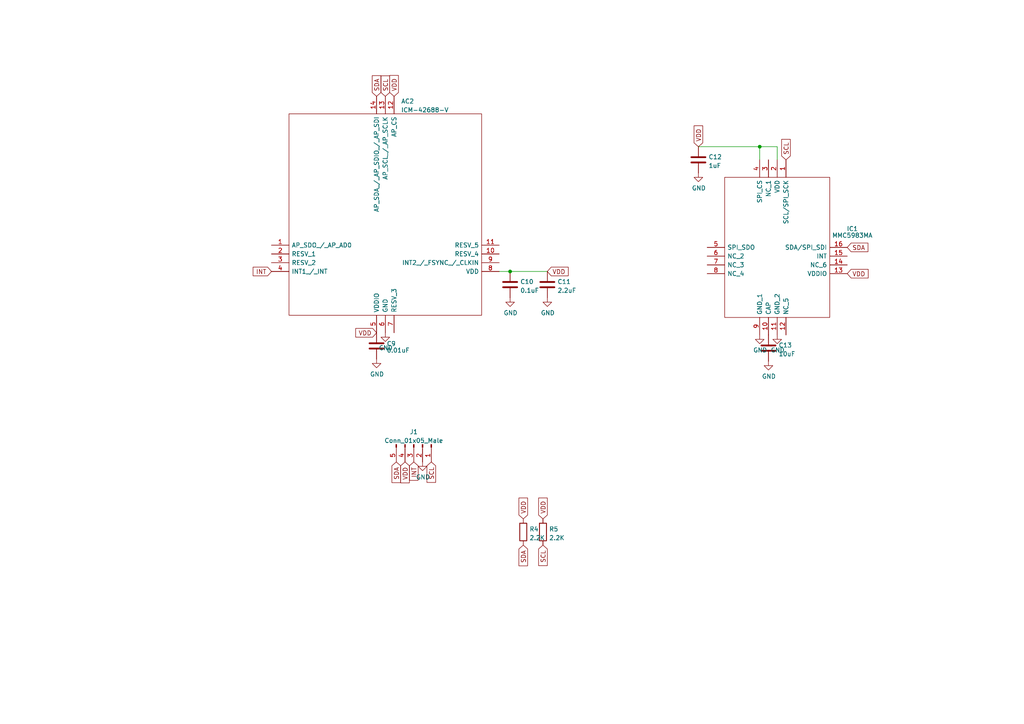
<source format=kicad_sch>
(kicad_sch (version 20230121) (generator eeschema)

  (uuid e63e39d7-6ac0-4ffd-8aa3-1841a4541b55)

  (paper "A4")

  (lib_symbols
    (symbol "Connector:Conn_01x05_Male" (pin_names (offset 1.016) hide) (in_bom yes) (on_board yes)
      (property "Reference" "J" (at 0 7.62 0)
        (effects (font (size 1.27 1.27)))
      )
      (property "Value" "Conn_01x05_Male" (at 0 -7.62 0)
        (effects (font (size 1.27 1.27)))
      )
      (property "Footprint" "" (at 0 0 0)
        (effects (font (size 1.27 1.27)) hide)
      )
      (property "Datasheet" "~" (at 0 0 0)
        (effects (font (size 1.27 1.27)) hide)
      )
      (property "ki_keywords" "connector" (at 0 0 0)
        (effects (font (size 1.27 1.27)) hide)
      )
      (property "ki_description" "Generic connector, single row, 01x05, script generated (kicad-library-utils/schlib/autogen/connector/)" (at 0 0 0)
        (effects (font (size 1.27 1.27)) hide)
      )
      (property "ki_fp_filters" "Connector*:*_1x??_*" (at 0 0 0)
        (effects (font (size 1.27 1.27)) hide)
      )
      (symbol "Conn_01x05_Male_1_1"
        (polyline
          (pts
            (xy 1.27 -5.08)
            (xy 0.8636 -5.08)
          )
          (stroke (width 0.1524) (type default))
          (fill (type none))
        )
        (polyline
          (pts
            (xy 1.27 -2.54)
            (xy 0.8636 -2.54)
          )
          (stroke (width 0.1524) (type default))
          (fill (type none))
        )
        (polyline
          (pts
            (xy 1.27 0)
            (xy 0.8636 0)
          )
          (stroke (width 0.1524) (type default))
          (fill (type none))
        )
        (polyline
          (pts
            (xy 1.27 2.54)
            (xy 0.8636 2.54)
          )
          (stroke (width 0.1524) (type default))
          (fill (type none))
        )
        (polyline
          (pts
            (xy 1.27 5.08)
            (xy 0.8636 5.08)
          )
          (stroke (width 0.1524) (type default))
          (fill (type none))
        )
        (rectangle (start 0.8636 -4.953) (end 0 -5.207)
          (stroke (width 0.1524) (type default))
          (fill (type outline))
        )
        (rectangle (start 0.8636 -2.413) (end 0 -2.667)
          (stroke (width 0.1524) (type default))
          (fill (type outline))
        )
        (rectangle (start 0.8636 0.127) (end 0 -0.127)
          (stroke (width 0.1524) (type default))
          (fill (type outline))
        )
        (rectangle (start 0.8636 2.667) (end 0 2.413)
          (stroke (width 0.1524) (type default))
          (fill (type outline))
        )
        (rectangle (start 0.8636 5.207) (end 0 4.953)
          (stroke (width 0.1524) (type default))
          (fill (type outline))
        )
        (pin passive line (at 5.08 5.08 180) (length 3.81)
          (name "Pin_1" (effects (font (size 1.27 1.27))))
          (number "1" (effects (font (size 1.27 1.27))))
        )
        (pin passive line (at 5.08 2.54 180) (length 3.81)
          (name "Pin_2" (effects (font (size 1.27 1.27))))
          (number "2" (effects (font (size 1.27 1.27))))
        )
        (pin passive line (at 5.08 0 180) (length 3.81)
          (name "Pin_3" (effects (font (size 1.27 1.27))))
          (number "3" (effects (font (size 1.27 1.27))))
        )
        (pin passive line (at 5.08 -2.54 180) (length 3.81)
          (name "Pin_4" (effects (font (size 1.27 1.27))))
          (number "4" (effects (font (size 1.27 1.27))))
        )
        (pin passive line (at 5.08 -5.08 180) (length 3.81)
          (name "Pin_5" (effects (font (size 1.27 1.27))))
          (number "5" (effects (font (size 1.27 1.27))))
        )
      )
    )
    (symbol "Device:C" (pin_numbers hide) (pin_names (offset 0.254)) (in_bom yes) (on_board yes)
      (property "Reference" "C" (at 0.635 2.54 0)
        (effects (font (size 1.27 1.27)) (justify left))
      )
      (property "Value" "C" (at 0.635 -2.54 0)
        (effects (font (size 1.27 1.27)) (justify left))
      )
      (property "Footprint" "" (at 0.9652 -3.81 0)
        (effects (font (size 1.27 1.27)) hide)
      )
      (property "Datasheet" "~" (at 0 0 0)
        (effects (font (size 1.27 1.27)) hide)
      )
      (property "ki_keywords" "cap capacitor" (at 0 0 0)
        (effects (font (size 1.27 1.27)) hide)
      )
      (property "ki_description" "Unpolarized capacitor" (at 0 0 0)
        (effects (font (size 1.27 1.27)) hide)
      )
      (property "ki_fp_filters" "C_*" (at 0 0 0)
        (effects (font (size 1.27 1.27)) hide)
      )
      (symbol "C_0_1"
        (polyline
          (pts
            (xy -2.032 -0.762)
            (xy 2.032 -0.762)
          )
          (stroke (width 0.508) (type default))
          (fill (type none))
        )
        (polyline
          (pts
            (xy -2.032 0.762)
            (xy 2.032 0.762)
          )
          (stroke (width 0.508) (type default))
          (fill (type none))
        )
      )
      (symbol "C_1_1"
        (pin passive line (at 0 3.81 270) (length 2.794)
          (name "~" (effects (font (size 1.27 1.27))))
          (number "1" (effects (font (size 1.27 1.27))))
        )
        (pin passive line (at 0 -3.81 90) (length 2.794)
          (name "~" (effects (font (size 1.27 1.27))))
          (number "2" (effects (font (size 1.27 1.27))))
        )
      )
    )
    (symbol "Device:R" (pin_numbers hide) (pin_names (offset 0)) (in_bom yes) (on_board yes)
      (property "Reference" "R" (at 2.032 0 90)
        (effects (font (size 1.27 1.27)))
      )
      (property "Value" "R" (at 0 0 90)
        (effects (font (size 1.27 1.27)))
      )
      (property "Footprint" "" (at -1.778 0 90)
        (effects (font (size 1.27 1.27)) hide)
      )
      (property "Datasheet" "~" (at 0 0 0)
        (effects (font (size 1.27 1.27)) hide)
      )
      (property "ki_keywords" "R res resistor" (at 0 0 0)
        (effects (font (size 1.27 1.27)) hide)
      )
      (property "ki_description" "Resistor" (at 0 0 0)
        (effects (font (size 1.27 1.27)) hide)
      )
      (property "ki_fp_filters" "R_*" (at 0 0 0)
        (effects (font (size 1.27 1.27)) hide)
      )
      (symbol "R_0_1"
        (rectangle (start -1.016 -2.54) (end 1.016 2.54)
          (stroke (width 0.254) (type default))
          (fill (type none))
        )
      )
      (symbol "R_1_1"
        (pin passive line (at 0 3.81 270) (length 1.27)
          (name "~" (effects (font (size 1.27 1.27))))
          (number "1" (effects (font (size 1.27 1.27))))
        )
        (pin passive line (at 0 -3.81 90) (length 1.27)
          (name "~" (effects (font (size 1.27 1.27))))
          (number "2" (effects (font (size 1.27 1.27))))
        )
      )
    )
    (symbol "SamacSys_Parts:ICM-42688-V" (pin_names (offset 0.762)) (in_bom yes) (on_board yes)
      (property "Reference" "AC" (at 62.23 43.18 0)
        (effects (font (size 1.27 1.27)) (justify left))
      )
      (property "Value" "ICM-42688-V" (at 62.23 40.64 0)
        (effects (font (size 1.27 1.27)) (justify left))
      )
      (property "Footprint" "IIM42352" (at 62.23 38.1 0)
        (effects (font (size 1.27 1.27)) (justify left) hide)
      )
      (property "Datasheet" "https://3cfeqx1hf82y3xcoull08ihx-wpengine.netdna-ssl.com/wp-content/uploads/2021/04/DS-000439-ICM-42688-V-v1.1.pdf" (at 62.23 35.56 0)
        (effects (font (size 1.27 1.27)) (justify left) hide)
      )
      (property "Description" "High Precision 6-Axis MEMS MotionTracking? Device with Advanced Sensor Fusion Library" (at 62.23 33.02 0)
        (effects (font (size 1.27 1.27)) (justify left) hide)
      )
      (property "Height" "" (at 62.23 30.48 0)
        (effects (font (size 1.27 1.27)) (justify left) hide)
      )
      (property "Mouser Part Number" "410-ICM-42688-V" (at 62.23 27.94 0)
        (effects (font (size 1.27 1.27)) (justify left) hide)
      )
      (property "Mouser Price/Stock" "https://www.mouser.co.uk/ProductDetail/TDK-InvenSense/ICM-42688-V?qs=iLbezkQI%252Bsj8X%2F1CCh43jQ%3D%3D" (at 62.23 25.4 0)
        (effects (font (size 1.27 1.27)) (justify left) hide)
      )
      (property "Manufacturer_Name" "TDK" (at 62.23 22.86 0)
        (effects (font (size 1.27 1.27)) (justify left) hide)
      )
      (property "Manufacturer_Part_Number" "ICM-42688-V" (at 62.23 20.32 0)
        (effects (font (size 1.27 1.27)) (justify left) hide)
      )
      (property "ki_description" "High Precision 6-Axis MEMS MotionTracking? Device with Advanced Sensor Fusion Library" (at 0 0 0)
        (effects (font (size 1.27 1.27)) hide)
      )
      (symbol "ICM-42688-V_0_0"
        (pin passive line (at 0 0 0) (length 5.08)
          (name "AP_SDO_/_AP_AD0" (effects (font (size 1.27 1.27))))
          (number "1" (effects (font (size 1.27 1.27))))
        )
        (pin passive line (at 66.04 -2.54 180) (length 5.08)
          (name "RESV_4" (effects (font (size 1.27 1.27))))
          (number "10" (effects (font (size 1.27 1.27))))
        )
        (pin passive line (at 66.04 0 180) (length 5.08)
          (name "RESV_5" (effects (font (size 1.27 1.27))))
          (number "11" (effects (font (size 1.27 1.27))))
        )
        (pin passive line (at 35.56 43.18 270) (length 5.08)
          (name "AP_CS" (effects (font (size 1.27 1.27))))
          (number "12" (effects (font (size 1.27 1.27))))
        )
        (pin passive line (at 33.02 43.18 270) (length 5.08)
          (name "AP_SCL_/_AP_SCLK" (effects (font (size 1.27 1.27))))
          (number "13" (effects (font (size 1.27 1.27))))
        )
        (pin passive line (at 30.48 43.18 270) (length 5.08)
          (name "AP_SDA_/_AP_SDIO_/_AP_SDI" (effects (font (size 1.27 1.27))))
          (number "14" (effects (font (size 1.27 1.27))))
        )
        (pin passive line (at 0 -2.54 0) (length 5.08)
          (name "RESV_1" (effects (font (size 1.27 1.27))))
          (number "2" (effects (font (size 1.27 1.27))))
        )
        (pin passive line (at 0 -5.08 0) (length 5.08)
          (name "RESV_2" (effects (font (size 1.27 1.27))))
          (number "3" (effects (font (size 1.27 1.27))))
        )
        (pin passive line (at 0 -7.62 0) (length 5.08)
          (name "INT1_/_INT" (effects (font (size 1.27 1.27))))
          (number "4" (effects (font (size 1.27 1.27))))
        )
        (pin passive line (at 30.48 -25.4 90) (length 5.08)
          (name "VDDIO" (effects (font (size 1.27 1.27))))
          (number "5" (effects (font (size 1.27 1.27))))
        )
        (pin passive line (at 33.02 -25.4 90) (length 5.08)
          (name "GND" (effects (font (size 1.27 1.27))))
          (number "6" (effects (font (size 1.27 1.27))))
        )
        (pin passive line (at 35.56 -25.4 90) (length 5.08)
          (name "RESV_3" (effects (font (size 1.27 1.27))))
          (number "7" (effects (font (size 1.27 1.27))))
        )
        (pin passive line (at 66.04 -7.62 180) (length 5.08)
          (name "VDD" (effects (font (size 1.27 1.27))))
          (number "8" (effects (font (size 1.27 1.27))))
        )
        (pin passive line (at 66.04 -5.08 180) (length 5.08)
          (name "INT2_/_FSYNC_/_CLKIN" (effects (font (size 1.27 1.27))))
          (number "9" (effects (font (size 1.27 1.27))))
        )
      )
      (symbol "ICM-42688-V_0_1"
        (polyline
          (pts
            (xy 5.08 38.1)
            (xy 60.96 38.1)
            (xy 60.96 -20.32)
            (xy 5.08 -20.32)
            (xy 5.08 38.1)
          )
          (stroke (width 0.1524) (type default))
          (fill (type none))
        )
      )
    )
    (symbol "SamacSys_Parts:MMC5983MA" (pin_names (offset 0.762)) (in_bom yes) (on_board yes)
      (property "Reference" "IC" (at 36.83 25.4 0)
        (effects (font (size 1.27 1.27)) (justify left))
      )
      (property "Value" "MMC5983MA" (at 36.83 22.86 0)
        (effects (font (size 1.27 1.27)) (justify left))
      )
      (property "Footprint" "MMC5983MA" (at 36.83 20.32 0)
        (effects (font (size 1.27 1.27)) (justify left) hide)
      )
      (property "Datasheet" "" (at 36.83 17.78 0)
        (effects (font (size 1.27 1.27)) (justify left) hide)
      )
      (property "Description" "3-AXIS MAGNETIC SENSOR" (at 36.83 15.24 0)
        (effects (font (size 1.27 1.27)) (justify left) hide)
      )
      (property "Height" "1" (at 36.83 12.7 0)
        (effects (font (size 1.27 1.27)) (justify left) hide)
      )
      (property "Mouser Part Number" "438-MMC5983MA" (at 36.83 10.16 0)
        (effects (font (size 1.27 1.27)) (justify left) hide)
      )
      (property "Mouser Price/Stock" "https://www.mouser.co.uk/ProductDetail/MEMSIC/MMC5983MA?qs=B6kkDfuK7%2FD5qasHMdEt2g%3D%3D" (at 36.83 7.62 0)
        (effects (font (size 1.27 1.27)) (justify left) hide)
      )
      (property "Manufacturer_Name" "MEMSIC" (at 36.83 5.08 0)
        (effects (font (size 1.27 1.27)) (justify left) hide)
      )
      (property "Manufacturer_Part_Number" "MMC5983MA" (at 36.83 2.54 0)
        (effects (font (size 1.27 1.27)) (justify left) hide)
      )
      (property "ki_description" "3-AXIS MAGNETIC SENSOR" (at 0 0 0)
        (effects (font (size 1.27 1.27)) hide)
      )
      (symbol "MMC5983MA_0_0"
        (pin passive line (at 22.86 25.4 270) (length 5.08)
          (name "SCL/SPI_SCK" (effects (font (size 1.27 1.27))))
          (number "1" (effects (font (size 1.27 1.27))))
        )
        (pin passive line (at 17.78 -25.4 90) (length 5.08)
          (name "CAP" (effects (font (size 1.27 1.27))))
          (number "10" (effects (font (size 1.27 1.27))))
        )
        (pin passive line (at 20.32 -25.4 90) (length 5.08)
          (name "GND_2" (effects (font (size 1.27 1.27))))
          (number "11" (effects (font (size 1.27 1.27))))
        )
        (pin passive line (at 22.86 -25.4 90) (length 5.08)
          (name "NC_5" (effects (font (size 1.27 1.27))))
          (number "12" (effects (font (size 1.27 1.27))))
        )
        (pin passive line (at 40.64 -7.62 180) (length 5.08)
          (name "VDDIO" (effects (font (size 1.27 1.27))))
          (number "13" (effects (font (size 1.27 1.27))))
        )
        (pin passive line (at 40.64 -5.08 180) (length 5.08)
          (name "NC_6" (effects (font (size 1.27 1.27))))
          (number "14" (effects (font (size 1.27 1.27))))
        )
        (pin passive line (at 40.64 -2.54 180) (length 5.08)
          (name "INT" (effects (font (size 1.27 1.27))))
          (number "15" (effects (font (size 1.27 1.27))))
        )
        (pin passive line (at 40.64 0 180) (length 5.08)
          (name "SDA/SPI_SDI" (effects (font (size 1.27 1.27))))
          (number "16" (effects (font (size 1.27 1.27))))
        )
        (pin passive line (at 20.32 25.4 270) (length 5.08)
          (name "VDD" (effects (font (size 1.27 1.27))))
          (number "2" (effects (font (size 1.27 1.27))))
        )
        (pin passive line (at 17.78 25.4 270) (length 5.08)
          (name "NC_1" (effects (font (size 1.27 1.27))))
          (number "3" (effects (font (size 1.27 1.27))))
        )
        (pin passive line (at 15.24 25.4 270) (length 5.08)
          (name "SPI_CS" (effects (font (size 1.27 1.27))))
          (number "4" (effects (font (size 1.27 1.27))))
        )
        (pin passive line (at 0 0 0) (length 5.08)
          (name "SPI_SDO" (effects (font (size 1.27 1.27))))
          (number "5" (effects (font (size 1.27 1.27))))
        )
        (pin passive line (at 0 -2.54 0) (length 5.08)
          (name "NC_2" (effects (font (size 1.27 1.27))))
          (number "6" (effects (font (size 1.27 1.27))))
        )
        (pin passive line (at 0 -5.08 0) (length 5.08)
          (name "NC_3" (effects (font (size 1.27 1.27))))
          (number "7" (effects (font (size 1.27 1.27))))
        )
        (pin passive line (at 0 -7.62 0) (length 5.08)
          (name "NC_4" (effects (font (size 1.27 1.27))))
          (number "8" (effects (font (size 1.27 1.27))))
        )
        (pin passive line (at 15.24 -25.4 90) (length 5.08)
          (name "GND_1" (effects (font (size 1.27 1.27))))
          (number "9" (effects (font (size 1.27 1.27))))
        )
      )
      (symbol "MMC5983MA_0_1"
        (polyline
          (pts
            (xy 5.08 20.32)
            (xy 35.56 20.32)
            (xy 35.56 -20.32)
            (xy 5.08 -20.32)
            (xy 5.08 20.32)
          )
          (stroke (width 0.1524) (type solid))
          (fill (type none))
        )
      )
    )
    (symbol "power:GND" (power) (pin_names (offset 0)) (in_bom yes) (on_board yes)
      (property "Reference" "#PWR" (at 0 -6.35 0)
        (effects (font (size 1.27 1.27)) hide)
      )
      (property "Value" "GND" (at 0 -3.81 0)
        (effects (font (size 1.27 1.27)))
      )
      (property "Footprint" "" (at 0 0 0)
        (effects (font (size 1.27 1.27)) hide)
      )
      (property "Datasheet" "" (at 0 0 0)
        (effects (font (size 1.27 1.27)) hide)
      )
      (property "ki_keywords" "power-flag" (at 0 0 0)
        (effects (font (size 1.27 1.27)) hide)
      )
      (property "ki_description" "Power symbol creates a global label with name \"GND\" , ground" (at 0 0 0)
        (effects (font (size 1.27 1.27)) hide)
      )
      (symbol "GND_0_1"
        (polyline
          (pts
            (xy 0 0)
            (xy 0 -1.27)
            (xy 1.27 -1.27)
            (xy 0 -2.54)
            (xy -1.27 -1.27)
            (xy 0 -1.27)
          )
          (stroke (width 0) (type default))
          (fill (type none))
        )
      )
      (symbol "GND_1_1"
        (pin power_in line (at 0 0 270) (length 0) hide
          (name "GND" (effects (font (size 1.27 1.27))))
          (number "1" (effects (font (size 1.27 1.27))))
        )
      )
    )
  )

  (junction (at 220.345 42.545) (diameter 0) (color 0 0 0 0)
    (uuid 2bac5e98-c9b9-4bc9-9d72-92003459a990)
  )
  (junction (at 147.955 78.74) (diameter 0) (color 0 0 0 0)
    (uuid 41081520-67e0-49de-be21-675d3fc00984)
  )

  (wire (pts (xy 225.425 42.545) (xy 220.345 42.545))
    (stroke (width 0) (type default))
    (uuid 00387383-c133-4d41-b103-bd623157b915)
  )
  (wire (pts (xy 220.345 42.545) (xy 202.565 42.545))
    (stroke (width 0) (type default))
    (uuid 1367021f-d378-4491-b2d1-7a3e1ca145ab)
  )
  (wire (pts (xy 220.345 46.355) (xy 220.345 42.545))
    (stroke (width 0) (type default))
    (uuid 6290d99c-23ba-4fca-880a-cb940371b839)
  )
  (wire (pts (xy 158.75 78.74) (xy 147.955 78.74))
    (stroke (width 0) (type default))
    (uuid a714db5d-6649-4ebf-ba62-3c5fde9172b8)
  )
  (wire (pts (xy 225.425 46.355) (xy 225.425 42.545))
    (stroke (width 0) (type default))
    (uuid ce9bd17c-3a11-4368-8b79-4bb0c1dafbfb)
  )
  (wire (pts (xy 144.78 78.74) (xy 147.955 78.74))
    (stroke (width 0) (type default))
    (uuid da8f90b6-eef1-43f0-8114-0cc2ff10fdf8)
  )

  (global_label "SDA" (shape input) (at 151.765 158.115 270) (fields_autoplaced)
    (effects (font (size 1.27 1.27)) (justify right))
    (uuid 11c254fa-831e-4844-8d67-66e9b37c122b)
    (property "Intersheetrefs" "${INTERSHEET_REFS}" (at 151.8444 164.0962 90)
      (effects (font (size 1.27 1.27)) (justify right) hide)
    )
  )
  (global_label "SDA" (shape input) (at 245.745 71.755 0) (fields_autoplaced)
    (effects (font (size 1.27 1.27)) (justify left))
    (uuid 3220195c-fafb-4a9d-8188-2b225b28f7ae)
    (property "Intersheetrefs" "${INTERSHEET_REFS}" (at 251.7262 71.6756 0)
      (effects (font (size 1.27 1.27)) (justify left) hide)
    )
  )
  (global_label "SCL" (shape input) (at 125.095 133.985 270) (fields_autoplaced)
    (effects (font (size 1.27 1.27)) (justify right))
    (uuid 3e9f4745-1914-406d-a44d-af42593ee0e6)
    (property "Intersheetrefs" "${INTERSHEET_REFS}" (at 125.1744 139.9057 90)
      (effects (font (size 1.27 1.27)) (justify right) hide)
    )
  )
  (global_label "SDA" (shape input) (at 114.935 133.985 270) (fields_autoplaced)
    (effects (font (size 1.27 1.27)) (justify right))
    (uuid 4124129b-0876-4c71-8f96-a725b4e5c629)
    (property "Intersheetrefs" "${INTERSHEET_REFS}" (at 115.0144 139.9662 90)
      (effects (font (size 1.27 1.27)) (justify right) hide)
    )
  )
  (global_label "VDD" (shape input) (at 157.48 150.495 90) (fields_autoplaced)
    (effects (font (size 1.27 1.27)) (justify left))
    (uuid 5d8df555-2da7-48bd-ac3e-b38106d615bf)
    (property "Intersheetrefs" "${INTERSHEET_REFS}" (at 157.4006 144.4533 90)
      (effects (font (size 1.27 1.27)) (justify left) hide)
    )
  )
  (global_label "VDD" (shape input) (at 117.475 133.985 270) (fields_autoplaced)
    (effects (font (size 1.27 1.27)) (justify right))
    (uuid 5f147dbc-8839-4259-84a6-550f161d5db4)
    (property "Intersheetrefs" "${INTERSHEET_REFS}" (at 117.5544 140.0267 90)
      (effects (font (size 1.27 1.27)) (justify right) hide)
    )
  )
  (global_label "VDD" (shape input) (at 158.75 78.74 0) (fields_autoplaced)
    (effects (font (size 1.27 1.27)) (justify left))
    (uuid 6036cfde-4a14-4fb1-ac7a-6d3abc65af10)
    (property "Intersheetrefs" "${INTERSHEET_REFS}" (at 164.7917 78.6606 0)
      (effects (font (size 1.27 1.27)) (justify left) hide)
    )
  )
  (global_label "SDA" (shape input) (at 109.22 27.94 90) (fields_autoplaced)
    (effects (font (size 1.27 1.27)) (justify left))
    (uuid 65e17ef3-7831-49a4-8b19-eb943a2b4d57)
    (property "Intersheetrefs" "${INTERSHEET_REFS}" (at 109.1406 21.9588 90)
      (effects (font (size 1.27 1.27)) (justify left) hide)
    )
  )
  (global_label "VDD" (shape input) (at 245.745 79.375 0) (fields_autoplaced)
    (effects (font (size 1.27 1.27)) (justify left))
    (uuid 68def054-19de-4c78-8093-e614d6067c5f)
    (property "Intersheetrefs" "${INTERSHEET_REFS}" (at 251.7867 79.2956 0)
      (effects (font (size 1.27 1.27)) (justify left) hide)
    )
  )
  (global_label "VDD" (shape input) (at 109.22 96.52 180) (fields_autoplaced)
    (effects (font (size 1.27 1.27)) (justify right))
    (uuid 6c149644-9b56-4891-8fa8-70b13e36a56e)
    (property "Intersheetrefs" "${INTERSHEET_REFS}" (at 103.1783 96.5994 0)
      (effects (font (size 1.27 1.27)) (justify right) hide)
    )
  )
  (global_label "VDD" (shape input) (at 114.3 27.94 90) (fields_autoplaced)
    (effects (font (size 1.27 1.27)) (justify left))
    (uuid 7b1970a3-cd02-4c0d-b9c0-94a758a05a14)
    (property "Intersheetrefs" "${INTERSHEET_REFS}" (at 114.2206 21.8983 90)
      (effects (font (size 1.27 1.27)) (justify left) hide)
    )
  )
  (global_label "SCL" (shape input) (at 227.965 46.355 90) (fields_autoplaced)
    (effects (font (size 1.27 1.27)) (justify left))
    (uuid bbe4ec96-83d3-40e6-a7a3-410d2df056f7)
    (property "Intersheetrefs" "${INTERSHEET_REFS}" (at 227.8856 40.4343 90)
      (effects (font (size 1.27 1.27)) (justify left) hide)
    )
  )
  (global_label "INT" (shape input) (at 78.74 78.74 180) (fields_autoplaced)
    (effects (font (size 1.27 1.27)) (justify right))
    (uuid c31de2e1-3f0e-4a2d-8082-a9a20db46120)
    (property "Intersheetrefs" "${INTERSHEET_REFS}" (at 73.424 78.6606 0)
      (effects (font (size 1.27 1.27)) (justify right) hide)
    )
  )
  (global_label "VDD" (shape input) (at 151.765 150.495 90) (fields_autoplaced)
    (effects (font (size 1.27 1.27)) (justify left))
    (uuid c6d1f3d0-cca1-45f6-816a-22c1e9d22776)
    (property "Intersheetrefs" "${INTERSHEET_REFS}" (at 151.6856 144.4533 90)
      (effects (font (size 1.27 1.27)) (justify left) hide)
    )
  )
  (global_label "SCL" (shape input) (at 111.76 27.94 90) (fields_autoplaced)
    (effects (font (size 1.27 1.27)) (justify left))
    (uuid d3599e18-3479-4d93-8f78-fc9f15acae71)
    (property "Intersheetrefs" "${INTERSHEET_REFS}" (at 111.6806 22.0193 90)
      (effects (font (size 1.27 1.27)) (justify left) hide)
    )
  )
  (global_label "INT" (shape input) (at 120.015 133.985 270) (fields_autoplaced)
    (effects (font (size 1.27 1.27)) (justify right))
    (uuid dfd8209f-18d0-40e5-a096-e0ca9d169e3c)
    (property "Intersheetrefs" "${INTERSHEET_REFS}" (at 120.015 139.7937 90)
      (effects (font (size 1.27 1.27)) (justify right) hide)
    )
  )
  (global_label "SCL" (shape input) (at 157.48 158.115 270) (fields_autoplaced)
    (effects (font (size 1.27 1.27)) (justify right))
    (uuid e7e8315f-5e5b-45b2-9fdc-52e2fbb80a87)
    (property "Intersheetrefs" "${INTERSHEET_REFS}" (at 157.5594 164.0357 90)
      (effects (font (size 1.27 1.27)) (justify right) hide)
    )
  )
  (global_label "VDD" (shape input) (at 202.565 42.545 90) (fields_autoplaced)
    (effects (font (size 1.27 1.27)) (justify left))
    (uuid f8a0a3f0-003b-4b83-9c12-37b83a979517)
    (property "Intersheetrefs" "${INTERSHEET_REFS}" (at 202.4856 36.5033 90)
      (effects (font (size 1.27 1.27)) (justify left) hide)
    )
  )

  (symbol (lib_id "power:GND") (at 147.955 86.36 0) (unit 1)
    (in_bom yes) (on_board yes) (dnp no)
    (uuid 3101855a-8e6e-40f9-8e57-378c777e272a)
    (property "Reference" "#PWR0131" (at 147.955 92.71 0)
      (effects (font (size 1.27 1.27)) hide)
    )
    (property "Value" "GND" (at 148.082 90.7542 0)
      (effects (font (size 1.27 1.27)))
    )
    (property "Footprint" "" (at 147.955 86.36 0)
      (effects (font (size 1.27 1.27)) hide)
    )
    (property "Datasheet" "" (at 147.955 86.36 0)
      (effects (font (size 1.27 1.27)) hide)
    )
    (pin "1" (uuid 1c95cacd-6936-48ec-a7c6-aab78eb2eb32))
    (instances
      (project "slimenrfauxaux"
        (path "/e63e39d7-6ac0-4ffd-8aa3-1841a4541b55"
          (reference "#PWR0131") (unit 1)
        )
      )
    )
  )

  (symbol (lib_id "Device:C") (at 147.955 82.55 0) (unit 1)
    (in_bom yes) (on_board yes) (dnp no) (fields_autoplaced)
    (uuid 3fb12ec4-7d62-47f1-ba8f-7989aeba6904)
    (property "Reference" "C10" (at 150.876 81.7153 0)
      (effects (font (size 1.27 1.27)) (justify left))
    )
    (property "Value" "0.1uF" (at 150.876 84.2522 0)
      (effects (font (size 1.27 1.27)) (justify left))
    )
    (property "Footprint" "Capacitor_SMD:C_0402_1005Metric" (at 148.9202 86.36 0)
      (effects (font (size 1.27 1.27)) hide)
    )
    (property "Datasheet" "~" (at 147.955 82.55 0)
      (effects (font (size 1.27 1.27)) hide)
    )
    (pin "1" (uuid 32b96d9a-0a5e-42a7-ab3f-5181e8cf124c))
    (pin "2" (uuid 022f0153-6de4-4161-88d2-01a4cb90bd6d))
    (instances
      (project "slimenrfauxaux"
        (path "/e63e39d7-6ac0-4ffd-8aa3-1841a4541b55"
          (reference "C10") (unit 1)
        )
      )
    )
  )

  (symbol (lib_id "Device:C") (at 109.22 100.33 0) (unit 1)
    (in_bom yes) (on_board yes) (dnp no) (fields_autoplaced)
    (uuid 5e4bcb54-6c58-48ef-9d8e-93cd3ac9bec0)
    (property "Reference" "C9" (at 112.141 99.6863 0)
      (effects (font (size 1.27 1.27)) (justify left))
    )
    (property "Value" "0.01uF" (at 112.141 101.6073 0)
      (effects (font (size 1.27 1.27)) (justify left))
    )
    (property "Footprint" "Capacitor_SMD:C_0402_1005Metric" (at 110.1852 104.14 0)
      (effects (font (size 1.27 1.27)) hide)
    )
    (property "Datasheet" "~" (at 109.22 100.33 0)
      (effects (font (size 1.27 1.27)) hide)
    )
    (pin "1" (uuid dc9996df-e94f-4788-80db-f52297451f2d))
    (pin "2" (uuid c30b5804-f017-43ab-a78d-41b22dabcc72))
    (instances
      (project "slimenrfauxaux"
        (path "/e63e39d7-6ac0-4ffd-8aa3-1841a4541b55"
          (reference "C9") (unit 1)
        )
      )
    )
  )

  (symbol (lib_id "Device:C") (at 202.565 46.355 0) (unit 1)
    (in_bom yes) (on_board yes) (dnp no) (fields_autoplaced)
    (uuid 64a91164-702e-4351-8b0d-d406fd8fa2c7)
    (property "Reference" "C12" (at 205.486 45.5203 0)
      (effects (font (size 1.27 1.27)) (justify left))
    )
    (property "Value" "1uF" (at 205.486 48.0572 0)
      (effects (font (size 1.27 1.27)) (justify left))
    )
    (property "Footprint" "Capacitor_SMD:C_0402_1005Metric" (at 203.5302 50.165 0)
      (effects (font (size 1.27 1.27)) hide)
    )
    (property "Datasheet" "~" (at 202.565 46.355 0)
      (effects (font (size 1.27 1.27)) hide)
    )
    (pin "1" (uuid a14dc353-9f8d-4bb2-98a1-d0ab808a1f55))
    (pin "2" (uuid 8fb7b8a7-34dd-42a0-8b2a-51c69148473b))
    (instances
      (project "slimenrfauxaux"
        (path "/e63e39d7-6ac0-4ffd-8aa3-1841a4541b55"
          (reference "C12") (unit 1)
        )
      )
    )
  )

  (symbol (lib_id "SamacSys_Parts:MMC5983MA") (at 205.105 71.755 0) (unit 1)
    (in_bom yes) (on_board yes) (dnp no) (fields_autoplaced)
    (uuid 6743fda6-a3c0-436b-a7d9-9a55751ff229)
    (property "Reference" "IC1" (at 247.2231 66.3573 0)
      (effects (font (size 1.27 1.27)))
    )
    (property "Value" "MMC5983MA" (at 247.2231 68.2783 0)
      (effects (font (size 1.27 1.27)))
    )
    (property "Footprint" "MMC5983MA" (at 241.935 51.435 0)
      (effects (font (size 1.27 1.27)) (justify left) hide)
    )
    (property "Datasheet" "" (at 241.935 53.975 0)
      (effects (font (size 1.27 1.27)) (justify left) hide)
    )
    (property "Description" "3-AXIS MAGNETIC SENSOR" (at 241.935 56.515 0)
      (effects (font (size 1.27 1.27)) (justify left) hide)
    )
    (property "Height" "1" (at 241.935 59.055 0)
      (effects (font (size 1.27 1.27)) (justify left) hide)
    )
    (property "Mouser Part Number" "438-MMC5983MA" (at 241.935 61.595 0)
      (effects (font (size 1.27 1.27)) (justify left) hide)
    )
    (property "Mouser Price/Stock" "https://www.mouser.co.uk/ProductDetail/MEMSIC/MMC5983MA?qs=B6kkDfuK7%2FD5qasHMdEt2g%3D%3D" (at 241.935 64.135 0)
      (effects (font (size 1.27 1.27)) (justify left) hide)
    )
    (property "Manufacturer_Name" "MEMSIC" (at 241.935 66.675 0)
      (effects (font (size 1.27 1.27)) (justify left) hide)
    )
    (property "Manufacturer_Part_Number" "MMC5983MA" (at 241.935 69.215 0)
      (effects (font (size 1.27 1.27)) (justify left) hide)
    )
    (pin "1" (uuid 0921b70e-8956-4fc8-a0b9-2717a8cf85e5))
    (pin "10" (uuid 5d10737d-6d45-4ada-bbc2-620a4b5cfad9))
    (pin "11" (uuid 75cfc449-5873-4585-aead-1f72cfc13eab))
    (pin "12" (uuid 2495d8d3-28fb-4324-997c-c01b48985d24))
    (pin "13" (uuid f2dd37f0-44d6-4b72-adac-70a607d4f380))
    (pin "14" (uuid 2cac8d73-9b72-4672-8e16-1ec122120b86))
    (pin "15" (uuid dc0486a9-f3de-4d9d-8bdf-33f2bc7d17ad))
    (pin "16" (uuid 3968eaba-b7d1-47b0-8c1c-27f7ae24cec6))
    (pin "2" (uuid 3d42b5c6-8eb1-4b28-b3ba-539a2a40f02f))
    (pin "3" (uuid 0ca20600-4e9a-4f01-b5ad-48577031baf3))
    (pin "4" (uuid 4054fe56-35b3-4f14-9cc9-1ff629e54db7))
    (pin "5" (uuid 88b4a3ea-ad5c-4c8f-8c4d-224c1527d6e7))
    (pin "6" (uuid 8ca52428-037f-4951-8f4d-6fca1ebda26c))
    (pin "7" (uuid f99c2935-0be3-46c6-97b1-7168091e4752))
    (pin "8" (uuid 769ab0f3-b3a2-4b5a-b436-485c49149963))
    (pin "9" (uuid 1424a4d3-7057-4a5b-a100-58a3a633e380))
    (instances
      (project "slimenrfauxaux"
        (path "/e63e39d7-6ac0-4ffd-8aa3-1841a4541b55"
          (reference "IC1") (unit 1)
        )
      )
    )
  )

  (symbol (lib_id "Device:R") (at 157.48 154.305 0) (unit 1)
    (in_bom yes) (on_board yes) (dnp no) (fields_autoplaced)
    (uuid 77a7bf57-66c7-4891-a2f0-192669ce2b80)
    (property "Reference" "R5" (at 159.258 153.4703 0)
      (effects (font (size 1.27 1.27)) (justify left))
    )
    (property "Value" "2.2K" (at 159.258 156.0072 0)
      (effects (font (size 1.27 1.27)) (justify left))
    )
    (property "Footprint" "Resistor_SMD:R_0402_1005Metric" (at 155.702 154.305 90)
      (effects (font (size 1.27 1.27)) hide)
    )
    (property "Datasheet" "~" (at 157.48 154.305 0)
      (effects (font (size 1.27 1.27)) hide)
    )
    (pin "1" (uuid f915fbea-2ae9-4ff2-b920-a2fcbc563c6f))
    (pin "2" (uuid dd0aaf3e-ae98-405d-bffd-850c8572d464))
    (instances
      (project "slimenrfauxaux"
        (path "/e63e39d7-6ac0-4ffd-8aa3-1841a4541b55"
          (reference "R5") (unit 1)
        )
      )
    )
  )

  (symbol (lib_id "Device:C") (at 158.75 82.55 0) (unit 1)
    (in_bom yes) (on_board yes) (dnp no) (fields_autoplaced)
    (uuid 8389107a-3790-487c-a35d-b10b81b2e942)
    (property "Reference" "C11" (at 161.671 81.7153 0)
      (effects (font (size 1.27 1.27)) (justify left))
    )
    (property "Value" "2.2uF" (at 161.671 84.2522 0)
      (effects (font (size 1.27 1.27)) (justify left))
    )
    (property "Footprint" "Capacitor_SMD:C_0402_1005Metric" (at 159.7152 86.36 0)
      (effects (font (size 1.27 1.27)) hide)
    )
    (property "Datasheet" "~" (at 158.75 82.55 0)
      (effects (font (size 1.27 1.27)) hide)
    )
    (pin "1" (uuid 303344bc-b9b6-4564-b04e-204eb329241f))
    (pin "2" (uuid 8d839a5a-a84e-4122-84bf-d58e3f67d43e))
    (instances
      (project "slimenrfauxaux"
        (path "/e63e39d7-6ac0-4ffd-8aa3-1841a4541b55"
          (reference "C11") (unit 1)
        )
      )
    )
  )

  (symbol (lib_id "power:GND") (at 225.425 97.155 0) (unit 1)
    (in_bom yes) (on_board yes) (dnp no)
    (uuid 8e989a9b-6a2c-4f78-8fb9-b1b0a99fe034)
    (property "Reference" "#PWR05" (at 225.425 103.505 0)
      (effects (font (size 1.27 1.27)) hide)
    )
    (property "Value" "GND" (at 225.552 101.5492 0)
      (effects (font (size 1.27 1.27)))
    )
    (property "Footprint" "" (at 225.425 97.155 0)
      (effects (font (size 1.27 1.27)) hide)
    )
    (property "Datasheet" "" (at 225.425 97.155 0)
      (effects (font (size 1.27 1.27)) hide)
    )
    (pin "1" (uuid 2db1a148-ce2a-4df7-9582-fb8dc69b99b2))
    (instances
      (project "slimenrfauxaux"
        (path "/e63e39d7-6ac0-4ffd-8aa3-1841a4541b55"
          (reference "#PWR05") (unit 1)
        )
      )
    )
  )

  (symbol (lib_id "power:GND") (at 111.76 96.52 0) (unit 1)
    (in_bom yes) (on_board yes) (dnp no)
    (uuid 9918af2e-b523-4467-a39d-a02413cc4aab)
    (property "Reference" "#PWR0134" (at 111.76 102.87 0)
      (effects (font (size 1.27 1.27)) hide)
    )
    (property "Value" "GND" (at 111.887 100.9142 0)
      (effects (font (size 1.27 1.27)))
    )
    (property "Footprint" "" (at 111.76 96.52 0)
      (effects (font (size 1.27 1.27)) hide)
    )
    (property "Datasheet" "" (at 111.76 96.52 0)
      (effects (font (size 1.27 1.27)) hide)
    )
    (pin "1" (uuid fbc81358-a5b3-4dee-bfdf-0853f089ebf8))
    (instances
      (project "slimenrfauxaux"
        (path "/e63e39d7-6ac0-4ffd-8aa3-1841a4541b55"
          (reference "#PWR0134") (unit 1)
        )
      )
    )
  )

  (symbol (lib_id "power:GND") (at 109.22 104.14 0) (unit 1)
    (in_bom yes) (on_board yes) (dnp no)
    (uuid a5b6ccbd-c793-4497-8945-f002f720b0ca)
    (property "Reference" "#PWR0133" (at 109.22 110.49 0)
      (effects (font (size 1.27 1.27)) hide)
    )
    (property "Value" "GND" (at 109.347 108.5342 0)
      (effects (font (size 1.27 1.27)))
    )
    (property "Footprint" "" (at 109.22 104.14 0)
      (effects (font (size 1.27 1.27)) hide)
    )
    (property "Datasheet" "" (at 109.22 104.14 0)
      (effects (font (size 1.27 1.27)) hide)
    )
    (pin "1" (uuid 82370be7-519a-448c-aafb-c59ba6aadd10))
    (instances
      (project "slimenrfauxaux"
        (path "/e63e39d7-6ac0-4ffd-8aa3-1841a4541b55"
          (reference "#PWR0133") (unit 1)
        )
      )
    )
  )

  (symbol (lib_id "SamacSys_Parts:ICM-42688-V") (at 78.74 71.12 0) (unit 1)
    (in_bom yes) (on_board yes) (dnp no) (fields_autoplaced)
    (uuid a97a52d6-fe14-4f06-b35e-2dc42532437e)
    (property "Reference" "AC2" (at 116.3194 29.371 0)
      (effects (font (size 1.27 1.27)) (justify left))
    )
    (property "Value" "ICM-42688-V" (at 116.3194 31.9079 0)
      (effects (font (size 1.27 1.27)) (justify left))
    )
    (property "Footprint" "SamacSys_Parts:IIM42352" (at 140.97 33.02 0)
      (effects (font (size 1.27 1.27)) (justify left) hide)
    )
    (property "Datasheet" "https://3cfeqx1hf82y3xcoull08ihx-wpengine.netdna-ssl.com/wp-content/uploads/2021/04/DS-000439-ICM-42688-V-v1.1.pdf" (at 140.97 35.56 0)
      (effects (font (size 1.27 1.27)) (justify left) hide)
    )
    (property "Description" "High Precision 6-Axis MEMS MotionTracking? Device with Advanced Sensor Fusion Library" (at 140.97 38.1 0)
      (effects (font (size 1.27 1.27)) (justify left) hide)
    )
    (property "Height" "" (at 140.97 40.64 0)
      (effects (font (size 1.27 1.27)) (justify left) hide)
    )
    (property "Mouser Part Number" "410-ICM-42688-V" (at 140.97 43.18 0)
      (effects (font (size 1.27 1.27)) (justify left) hide)
    )
    (property "Mouser Price/Stock" "https://www.mouser.co.uk/ProductDetail/TDK-InvenSense/ICM-42688-V?qs=iLbezkQI%252Bsj8X%2F1CCh43jQ%3D%3D" (at 140.97 45.72 0)
      (effects (font (size 1.27 1.27)) (justify left) hide)
    )
    (property "Manufacturer_Name" "TDK" (at 140.97 48.26 0)
      (effects (font (size 1.27 1.27)) (justify left) hide)
    )
    (property "Manufacturer_Part_Number" "ICM-42688-V" (at 140.97 50.8 0)
      (effects (font (size 1.27 1.27)) (justify left) hide)
    )
    (pin "1" (uuid 23d0e929-f5a1-4c62-b387-0887d9659f38))
    (pin "10" (uuid cf02db11-2ff8-4f79-b3e9-9802575ab786))
    (pin "11" (uuid 8f577817-ea32-42aa-bedc-809b6d0ffec6))
    (pin "12" (uuid 679e5b0e-a017-43d8-8845-79a886253d82))
    (pin "13" (uuid acee6893-1f8a-43f2-93df-e612d6c0d353))
    (pin "14" (uuid 657bd73d-9c40-4ca8-b3ea-e75927d498b6))
    (pin "2" (uuid 30f27120-8919-4f22-a0e2-49bd0c1104a0))
    (pin "3" (uuid ae121872-4c9f-495f-b631-8204082b9825))
    (pin "4" (uuid 126f84ae-523c-4569-b046-7ee124f46a5a))
    (pin "5" (uuid 7d4fcb23-c914-48df-941d-94cf5f1f85b5))
    (pin "6" (uuid 4f69bb40-cbf2-45c5-8c23-3e0667e1f6c1))
    (pin "7" (uuid 2480dd87-1dff-4a50-81a2-52ef161ac45c))
    (pin "8" (uuid 61b6f2c4-b226-47d6-bbd8-9d67fcaf35c3))
    (pin "9" (uuid ed74c2b7-a3ac-4886-84f5-377b5e1bbbfc))
    (instances
      (project "slimenrfauxaux"
        (path "/e63e39d7-6ac0-4ffd-8aa3-1841a4541b55"
          (reference "AC2") (unit 1)
        )
      )
    )
  )

  (symbol (lib_id "power:GND") (at 202.565 50.165 0) (unit 1)
    (in_bom yes) (on_board yes) (dnp no)
    (uuid aee24792-8653-403a-b90c-cd3b07fb8648)
    (property "Reference" "#PWR02" (at 202.565 56.515 0)
      (effects (font (size 1.27 1.27)) hide)
    )
    (property "Value" "GND" (at 202.692 54.5592 0)
      (effects (font (size 1.27 1.27)))
    )
    (property "Footprint" "" (at 202.565 50.165 0)
      (effects (font (size 1.27 1.27)) hide)
    )
    (property "Datasheet" "" (at 202.565 50.165 0)
      (effects (font (size 1.27 1.27)) hide)
    )
    (pin "1" (uuid f63cd1ef-5731-41c1-8f3d-4e78154c6c5e))
    (instances
      (project "slimenrfauxaux"
        (path "/e63e39d7-6ac0-4ffd-8aa3-1841a4541b55"
          (reference "#PWR02") (unit 1)
        )
      )
    )
  )

  (symbol (lib_id "Device:C") (at 222.885 100.965 0) (unit 1)
    (in_bom yes) (on_board yes) (dnp no) (fields_autoplaced)
    (uuid b035374f-1a0b-45b9-a281-2ea2a5d3e5aa)
    (property "Reference" "C13" (at 225.806 100.1303 0)
      (effects (font (size 1.27 1.27)) (justify left))
    )
    (property "Value" "10uF" (at 225.806 102.6672 0)
      (effects (font (size 1.27 1.27)) (justify left))
    )
    (property "Footprint" "Capacitor_SMD:C_0603_1608Metric" (at 223.8502 104.775 0)
      (effects (font (size 1.27 1.27)) hide)
    )
    (property "Datasheet" "~" (at 222.885 100.965 0)
      (effects (font (size 1.27 1.27)) hide)
    )
    (pin "1" (uuid 2f32bd10-631a-4d6d-b06d-735b8cc72b33))
    (pin "2" (uuid 76a618e2-fc81-4f7f-82dd-64f64c6619d0))
    (instances
      (project "slimenrfauxaux"
        (path "/e63e39d7-6ac0-4ffd-8aa3-1841a4541b55"
          (reference "C13") (unit 1)
        )
      )
    )
  )

  (symbol (lib_id "power:GND") (at 158.75 86.36 0) (unit 1)
    (in_bom yes) (on_board yes) (dnp no)
    (uuid b3c7c954-3903-4069-b822-3d32f265e18f)
    (property "Reference" "#PWR0132" (at 158.75 92.71 0)
      (effects (font (size 1.27 1.27)) hide)
    )
    (property "Value" "GND" (at 158.877 90.7542 0)
      (effects (font (size 1.27 1.27)))
    )
    (property "Footprint" "" (at 158.75 86.36 0)
      (effects (font (size 1.27 1.27)) hide)
    )
    (property "Datasheet" "" (at 158.75 86.36 0)
      (effects (font (size 1.27 1.27)) hide)
    )
    (pin "1" (uuid d2e48b1b-1bec-487f-b5a2-da88b9acad14))
    (instances
      (project "slimenrfauxaux"
        (path "/e63e39d7-6ac0-4ffd-8aa3-1841a4541b55"
          (reference "#PWR0132") (unit 1)
        )
      )
    )
  )

  (symbol (lib_id "Device:R") (at 151.765 154.305 0) (unit 1)
    (in_bom yes) (on_board yes) (dnp no) (fields_autoplaced)
    (uuid bf5e705b-8c8f-4447-b408-e0048d234a5c)
    (property "Reference" "R4" (at 153.543 153.4703 0)
      (effects (font (size 1.27 1.27)) (justify left))
    )
    (property "Value" "2.2K" (at 153.543 156.0072 0)
      (effects (font (size 1.27 1.27)) (justify left))
    )
    (property "Footprint" "Resistor_SMD:R_0402_1005Metric" (at 149.987 154.305 90)
      (effects (font (size 1.27 1.27)) hide)
    )
    (property "Datasheet" "~" (at 151.765 154.305 0)
      (effects (font (size 1.27 1.27)) hide)
    )
    (pin "1" (uuid dcf8e662-8028-4ab4-8de9-c0fe1e6f1630))
    (pin "2" (uuid cfdb0381-dfb1-4f6e-9393-8dd8bda8cfea))
    (instances
      (project "slimenrfauxaux"
        (path "/e63e39d7-6ac0-4ffd-8aa3-1841a4541b55"
          (reference "R4") (unit 1)
        )
      )
    )
  )

  (symbol (lib_id "power:GND") (at 220.345 97.155 0) (unit 1)
    (in_bom yes) (on_board yes) (dnp no)
    (uuid d878b2aa-4371-4990-8561-62f1f8ccc1f0)
    (property "Reference" "#PWR03" (at 220.345 103.505 0)
      (effects (font (size 1.27 1.27)) hide)
    )
    (property "Value" "GND" (at 220.472 101.5492 0)
      (effects (font (size 1.27 1.27)))
    )
    (property "Footprint" "" (at 220.345 97.155 0)
      (effects (font (size 1.27 1.27)) hide)
    )
    (property "Datasheet" "" (at 220.345 97.155 0)
      (effects (font (size 1.27 1.27)) hide)
    )
    (pin "1" (uuid f4785eae-abc6-4657-b40f-26e28831b922))
    (instances
      (project "slimenrfauxaux"
        (path "/e63e39d7-6ac0-4ffd-8aa3-1841a4541b55"
          (reference "#PWR03") (unit 1)
        )
      )
    )
  )

  (symbol (lib_id "power:GND") (at 222.885 104.775 0) (unit 1)
    (in_bom yes) (on_board yes) (dnp no)
    (uuid e49d494a-2831-474c-b840-14be6272f239)
    (property "Reference" "#PWR04" (at 222.885 111.125 0)
      (effects (font (size 1.27 1.27)) hide)
    )
    (property "Value" "GND" (at 223.012 109.1692 0)
      (effects (font (size 1.27 1.27)))
    )
    (property "Footprint" "" (at 222.885 104.775 0)
      (effects (font (size 1.27 1.27)) hide)
    )
    (property "Datasheet" "" (at 222.885 104.775 0)
      (effects (font (size 1.27 1.27)) hide)
    )
    (pin "1" (uuid 22309cb7-60c3-480d-8a0b-254e6ec30425))
    (instances
      (project "slimenrfauxaux"
        (path "/e63e39d7-6ac0-4ffd-8aa3-1841a4541b55"
          (reference "#PWR04") (unit 1)
        )
      )
    )
  )

  (symbol (lib_id "power:GND") (at 122.555 133.985 0) (unit 1)
    (in_bom yes) (on_board yes) (dnp no)
    (uuid e8743a2a-90b5-4dff-bf20-6eb4544d0cb0)
    (property "Reference" "#PWR0126" (at 122.555 140.335 0)
      (effects (font (size 1.27 1.27)) hide)
    )
    (property "Value" "GND" (at 122.682 138.3792 0)
      (effects (font (size 1.27 1.27)))
    )
    (property "Footprint" "" (at 122.555 133.985 0)
      (effects (font (size 1.27 1.27)) hide)
    )
    (property "Datasheet" "" (at 122.555 133.985 0)
      (effects (font (size 1.27 1.27)) hide)
    )
    (pin "1" (uuid 2a287be7-11fa-4895-999c-6c7a2ba05947))
    (instances
      (project "slimenrfauxaux"
        (path "/e63e39d7-6ac0-4ffd-8aa3-1841a4541b55"
          (reference "#PWR0126") (unit 1)
        )
      )
    )
  )

  (symbol (lib_id "Connector:Conn_01x05_Male") (at 120.015 128.905 270) (unit 1)
    (in_bom yes) (on_board yes) (dnp no) (fields_autoplaced)
    (uuid f3344bad-768f-4031-b296-63d7840125e5)
    (property "Reference" "J1" (at 120.015 125.256 90)
      (effects (font (size 1.27 1.27)))
    )
    (property "Value" "Conn_01x05_Male" (at 120.015 127.7929 90)
      (effects (font (size 1.27 1.27)))
    )
    (property "Footprint" "Connector_PinHeader_1.00mm:PinHeader_1x05_P1.00mm_Horizontal" (at 120.015 128.905 0)
      (effects (font (size 1.27 1.27)) hide)
    )
    (property "Datasheet" "~" (at 120.015 128.905 0)
      (effects (font (size 1.27 1.27)) hide)
    )
    (pin "1" (uuid af541b7f-47e2-4338-86d3-64a72b5b7aba))
    (pin "2" (uuid f8db0788-75ad-42bb-8a8f-72f43869f52c))
    (pin "3" (uuid 1ea221b6-b18b-4925-93b3-4fd978d05d5e))
    (pin "4" (uuid ff25ee76-0924-4ed2-9f82-f8d41e8f6380))
    (pin "5" (uuid 2541528d-3501-47c3-943c-145d30386a30))
    (instances
      (project "slimenrfauxaux"
        (path "/e63e39d7-6ac0-4ffd-8aa3-1841a4541b55"
          (reference "J1") (unit 1)
        )
      )
    )
  )

  (sheet_instances
    (path "/" (page "1"))
  )
)

</source>
